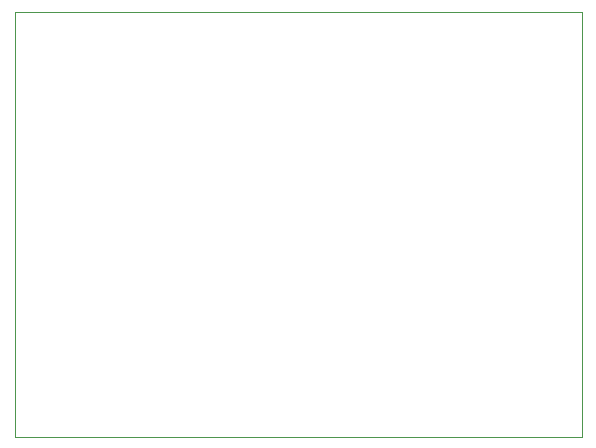
<source format=gm1>
%TF.GenerationSoftware,KiCad,Pcbnew,6.0.11*%
%TF.CreationDate,2024-08-04T21:37:39+01:00*%
%TF.ProjectId,ESPboard,45535062-6f61-4726-942e-6b696361645f,rev?*%
%TF.SameCoordinates,PX87a6900PY5d04800*%
%TF.FileFunction,Profile,NP*%
%FSLAX46Y46*%
G04 Gerber Fmt 4.6, Leading zero omitted, Abs format (unit mm)*
G04 Created by KiCad (PCBNEW 6.0.11) date 2024-08-04 21:37:39*
%MOMM*%
%LPD*%
G01*
G04 APERTURE LIST*
%TA.AperFunction,Profile*%
%ADD10C,0.100000*%
%TD*%
G04 APERTURE END LIST*
D10*
X0Y-36000000D02*
X48000000Y-36000000D01*
X48000000Y-36000000D02*
X48000000Y0D01*
X48000000Y0D02*
X0Y0D01*
X0Y0D02*
X0Y-36000000D01*
M02*

</source>
